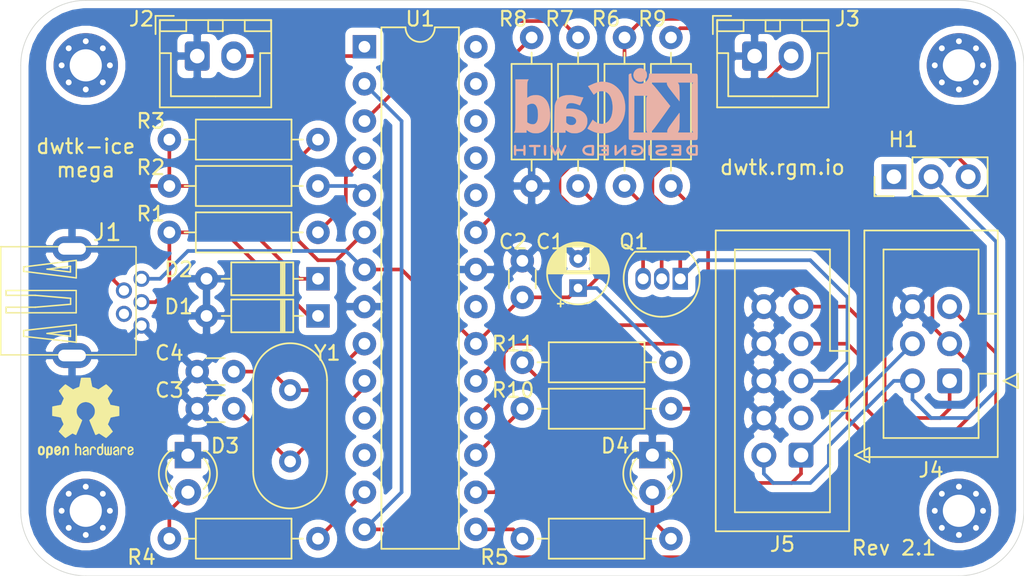
<source format=kicad_pcb>
(kicad_pcb (version 20171130) (host pcbnew 5.1.6)
  (title_block (title dwtk-ice-mega) (date 2020-10-10) (rev 2.1) (company dwtk.rgm.io) (comment 4 "Designed by Rafael G. Martins"))
  (layers (0 F.Cu signal) (31 B.Cu signal) (35 F.Paste user) (36 B.SilkS user) (37 F.SilkS user) (38 B.Mask user) (39 F.Mask user) (44 Edge.Cuts user))
  (net 0 "")
  (net 1 "Net-(C1-Pad1)")
  (net 2 GND)
  (net 3 "Net-(D1-Pad1)")
  (net 4 "Net-(D2-Pad1)")
  (net 5 "Net-(D3-Pad2)")
  (net 6 "Net-(D4-Pad2)")
  (net 7 "Net-(J2-Pad2)")
  (net 8 "Net-(J3-Pad2)")
  (net 9 "Net-(Q1-Pad2)")
  (net 10 "Net-(Q1-Pad3)")
  (net 11 "Net-(R1-Pad2)")
  (net 12 "Net-(R2-Pad2)")
  (net 13 "Net-(R3-Pad2)")
  (net 14 "Net-(R4-Pad1)")
  (net 15 "Net-(R5-Pad1)")
  (net 16 "Net-(R7-Pad2)")
  (net 17 "Net-(J1-Pad4)")
  (net 18 "Net-(H1-Pad2)")
  (net 19 "Net-(H1-Pad1)")
  (net 20 "Net-(J4-Pad4)")
  (net 21 "Net-(J4-Pad3)")
  (net 22 "Net-(J4-Pad1)")
  (net 23 "Net-(J5-Pad3)")
  (net 24 "Net-(R9-Pad2)")
  (net 25 "Net-(R10-Pad2)")
  (net 26 "Net-(R8-Pad1)")
  (net 27 "Net-(C3-Pad2)")
  (net 28 "Net-(C4-Pad2)")
  (net 29 "Net-(R11-Pad2)")
  (net 30 "Net-(U1-Pad28)")
  (net 31 "Net-(U1-Pad27)")
  (net 32 "Net-(U1-Pad26)")
  (net 33 "Net-(U1-Pad12)")
  (net 34 "Net-(U1-Pad25)")
  (net 35 "Net-(U1-Pad11)")
  (net 36 "Net-(U1-Pad24)")
  (net 37 "Net-(U1-Pad21)")
  (module Symbol:KiCad-Logo2_5mm_SilkScreen (layer B.Cu) (at 200.025 28.575 180)
    (fp_text reference REF** hide)
    (fp_text value KiCad-Logo2_5mm_SilkScreen hide)
  )
  (module Package_DIP:DIP-28_W7.62mm (layer F.Cu) (at 183.515 24.13)
    (fp_text reference U1 (at 3.81 -1.905) (layer F.SilkS))
    (fp_text value ATmega88PA-PU)
    (pad 28 thru_hole oval (at 7.62 0) (size 1.6 1.6) (drill 0.8) (layers *.Cu *.Mask) (net 30 "Net-(U1-Pad28)"))
    (pad 14 thru_hole oval (at 0 33.02) (size 1.6 1.6) (drill 0.8) (layers *.Cu *.Mask) (net 8 "Net-(J3-Pad2)"))
    (pad 27 thru_hole oval (at 7.62 2.54) (size 1.6 1.6) (drill 0.8) (layers *.Cu *.Mask) (net 31 "Net-(U1-Pad27)"))
    (pad 13 thru_hole oval (at 0 30.48) (size 1.6 1.6) (drill 0.8) (layers *.Cu *.Mask) (net 14 "Net-(R4-Pad1)"))
    (pad 26 thru_hole oval (at 7.62 5.08) (size 1.6 1.6) (drill 0.8) (layers *.Cu *.Mask) (net 32 "Net-(U1-Pad26)"))
    (pad 12 thru_hole oval (at 0 27.94) (size 1.6 1.6) (drill 0.8) (layers *.Cu *.Mask) (net 33 "Net-(U1-Pad12)"))
    (pad 25 thru_hole oval (at 7.62 7.62) (size 1.6 1.6) (drill 0.8) (layers *.Cu *.Mask) (net 34 "Net-(U1-Pad25)"))
    (pad 11 thru_hole oval (at 0 25.4) (size 1.6 1.6) (drill 0.8) (layers *.Cu *.Mask) (net 35 "Net-(U1-Pad11)"))
    (pad 24 thru_hole oval (at 7.62 10.16) (size 1.6 1.6) (drill 0.8) (layers *.Cu *.Mask) (net 36 "Net-(U1-Pad24)"))
    (pad 10 thru_hole oval (at 0 22.86) (size 1.6 1.6) (drill 0.8) (layers *.Cu *.Mask) (net 27 "Net-(C3-Pad2)"))
    (pad 23 thru_hole oval (at 7.62 12.7) (size 1.6 1.6) (drill 0.8) (layers *.Cu *.Mask) (net 26 "Net-(R8-Pad1)"))
    (pad 9 thru_hole oval (at 0 20.32) (size 1.6 1.6) (drill 0.8) (layers *.Cu *.Mask) (net 28 "Net-(C4-Pad2)"))
    (pad 22 thru_hole oval (at 7.62 15.24) (size 1.6 1.6) (drill 0.8) (layers *.Cu *.Mask) (net 2 GND))
    (pad 8 thru_hole oval (at 0 17.78) (size 1.6 1.6) (drill 0.8) (layers *.Cu *.Mask) (net 2 GND))
    (pad 21 thru_hole oval (at 7.62 17.78) (size 1.6 1.6) (drill 0.8) (layers *.Cu *.Mask) (net 37 "Net-(U1-Pad21)"))
    (pad 7 thru_hole oval (at 0 15.24) (size 1.6 1.6) (drill 0.8) (layers *.Cu *.Mask) (net 1 "Net-(C1-Pad1)"))
    (pad 20 thru_hole oval (at 7.62 20.32) (size 1.6 1.6) (drill 0.8) (layers *.Cu *.Mask) (net 1 "Net-(C1-Pad1)"))
    (pad 6 thru_hole oval (at 0 12.7) (size 1.6 1.6) (drill 0.8) (layers *.Cu *.Mask) (net 13 "Net-(R3-Pad2)"))
    (pad 19 thru_hole oval (at 7.62 22.86) (size 1.6 1.6) (drill 0.8) (layers *.Cu *.Mask) (net 24 "Net-(R9-Pad2)"))
    (pad 5 thru_hole oval (at 0 10.16) (size 1.6 1.6) (drill 0.8) (layers *.Cu *.Mask) (net 12 "Net-(R2-Pad2)"))
    (pad 18 thru_hole oval (at 7.62 25.4) (size 1.6 1.6) (drill 0.8) (layers *.Cu *.Mask) (net 22 "Net-(J4-Pad1)"))
    (pad 4 thru_hole oval (at 0 7.62) (size 1.6 1.6) (drill 0.8) (layers *.Cu *.Mask) (net 11 "Net-(R1-Pad2)"))
    (pad 17 thru_hole oval (at 7.62 27.94) (size 1.6 1.6) (drill 0.8) (layers *.Cu *.Mask) (net 25 "Net-(R10-Pad2)"))
    (pad 3 thru_hole oval (at 0 5.08) (size 1.6 1.6) (drill 0.8) (layers *.Cu *.Mask) (net 16 "Net-(R7-Pad2)"))
    (pad 16 thru_hole oval (at 7.62 30.48) (size 1.6 1.6) (drill 0.8) (layers *.Cu *.Mask) (net 29 "Net-(R11-Pad2)"))
    (pad 2 thru_hole oval (at 0 2.54) (size 1.6 1.6) (drill 0.8) (layers *.Cu *.Mask) (net 8 "Net-(J3-Pad2)"))
    (pad 15 thru_hole oval (at 7.62 33.02) (size 1.6 1.6) (drill 0.8) (layers *.Cu *.Mask) (net 15 "Net-(R5-Pad1)"))
    (pad 1 thru_hole rect (at 0 0) (size 1.6 1.6) (drill 0.8) (layers *.Cu *.Mask) (net 7 "Net-(J2-Pad2)"))
  )
  (module Resistor_THT:R_Axial_DIN0207_L6.3mm_D2.5mm_P10.16mm_Horizontal (layer F.Cu) (at 204.47 45.72 180)
    (fp_text reference R11 (at 10.795 1.27) (layer F.SilkS))
    (fp_text value 470R)
    (pad 2 thru_hole oval (at 10.16 0 180) (size 1.6 1.6) (drill 0.8) (layers *.Cu *.Mask) (net 29 "Net-(R11-Pad2)"))
    (pad 1 thru_hole circle (at 0 0 180) (size 1.6 1.6) (drill 0.8) (layers *.Cu *.Mask) (net 1 "Net-(C1-Pad1)"))
  )
  (module custom-footprints:RND_205-00862 (layer F.Cu) (at 168.275 40.005 270)
    (fp_text reference J1 (at -3.175 1.27) (layer F.SilkS) (effects (font (size 1.143 1.143) (thickness 0.152)) (justify right)))
    (fp_text value USB_B_Mini hide)
    (pad 6 thru_hole oval (at 5.25 4.75 180) (size 2.7 1.7) (drill oval 1.9 0.8) (layers *.Cu *.Mask) (net 2 GND))
    (pad 6 thru_hole oval (at -2.05 4.75 180) (size 2.7 1.7) (drill oval 1.9 0.8) (layers *.Cu *.Mask) (net 2 GND))
    (pad 5 thru_hole circle (at 3.2 0 180) (size 1.1 1.1) (drill 0.7) (layers *.Cu *.Mask) (net 2 GND))
    (pad 4 thru_hole circle (at 2.4 1.2 180) (size 1.1 1.1) (drill 0.7) (layers *.Cu *.Mask) (net 17 "Net-(J1-Pad4)"))
    (pad 3 thru_hole circle (at 1.6 0 180) (size 1.1 1.1) (drill 0.7) (layers *.Cu *.Mask) (net 3 "Net-(D1-Pad1)"))
    (pad 2 thru_hole circle (at 0.8 1.2 180) (size 1.1 1.1) (drill 0.7) (layers *.Cu *.Mask) (net 4 "Net-(D2-Pad1)"))
    (pad 1 thru_hole circle (at 0 0 180) (size 1.1 1.1) (drill 0.7) (layers *.Cu *.Mask) (net 1 "Net-(C1-Pad1)"))
  )
  (module Connector_JST:JST_XH_B2B-XH-A_1x02_P2.50mm_Vertical (layer F.Cu) (at 210.185 24.765)
    (fp_text reference J3 (at 6.35 -2.54) (layer F.SilkS))
    (fp_text value Conn_01x02_Female)
    (pad 2 thru_hole oval (at 2.5 0) (size 1.7 2) (drill 1) (layers *.Cu *.Mask) (net 8 "Net-(J3-Pad2)"))
    (pad 1 thru_hole roundrect (at 0 0) (size 1.7 2) (drill 1) (layers *.Cu *.Mask) (roundrect_rratio 0.147059) (net 2 GND))
  )
  (module Connector_IDC:IDC-Header_2x05_P2.54mm_Vertical (layer F.Cu) (at 213.36 52.07 180)
    (fp_text reference J5 (at 1.27 -6.1) (layer F.SilkS))
    (fp_text value AVR-ISP-10)
    (pad 10 thru_hole circle (at 2.54 10.16 180) (size 1.7 1.7) (drill 1) (layers *.Cu *.Mask) (net 2 GND))
    (pad 8 thru_hole circle (at 2.54 7.62 180) (size 1.7 1.7) (drill 1) (layers *.Cu *.Mask) (net 2 GND))
    (pad 6 thru_hole circle (at 2.54 5.08 180) (size 1.7 1.7) (drill 1) (layers *.Cu *.Mask) (net 2 GND))
    (pad 4 thru_hole circle (at 2.54 2.54 180) (size 1.7 1.7) (drill 1) (layers *.Cu *.Mask) (net 2 GND))
    (pad 2 thru_hole circle (at 2.54 0 180) (size 1.7 1.7) (drill 1) (layers *.Cu *.Mask) (net 18 "Net-(H1-Pad2)"))
    (pad 9 thru_hole circle (at 0 10.16 180) (size 1.7 1.7) (drill 1) (layers *.Cu *.Mask) (net 22 "Net-(J4-Pad1)"))
    (pad 7 thru_hole circle (at 0 7.62 180) (size 1.7 1.7) (drill 1) (layers *.Cu *.Mask) (net 21 "Net-(J4-Pad3)"))
    (pad 5 thru_hole circle (at 0 5.08 180) (size 1.7 1.7) (drill 1) (layers *.Cu *.Mask) (net 8 "Net-(J3-Pad2)"))
    (pad 3 thru_hole circle (at 0 2.54 180) (size 1.7 1.7) (drill 1) (layers *.Cu *.Mask) (net 23 "Net-(J5-Pad3)"))
    (pad 1 thru_hole roundrect (at 0 0 180) (size 1.7 1.7) (drill 1) (layers *.Cu *.Mask) (roundrect_rratio 0.147059) (net 20 "Net-(J4-Pad4)"))
  )
  (module Connector_IDC:IDC-Header_2x03_P2.54mm_Vertical (layer F.Cu) (at 223.52 46.99 180)
    (fp_text reference J4 (at 1.27 -6.1) (layer F.SilkS))
    (fp_text value AVR-ISP-6)
    (pad 6 thru_hole circle (at 2.54 5.08 180) (size 1.7 1.7) (drill 1) (layers *.Cu *.Mask) (net 2 GND))
    (pad 4 thru_hole circle (at 2.54 2.54 180) (size 1.7 1.7) (drill 1) (layers *.Cu *.Mask) (net 20 "Net-(J4-Pad4)"))
    (pad 2 thru_hole circle (at 2.54 0 180) (size 1.7 1.7) (drill 1) (layers *.Cu *.Mask) (net 18 "Net-(H1-Pad2)"))
    (pad 5 thru_hole circle (at 0 5.08 180) (size 1.7 1.7) (drill 1) (layers *.Cu *.Mask) (net 8 "Net-(J3-Pad2)"))
    (pad 3 thru_hole circle (at 0 2.54 180) (size 1.7 1.7) (drill 1) (layers *.Cu *.Mask) (net 21 "Net-(J4-Pad3)"))
    (pad 1 thru_hole roundrect (at 0 0 180) (size 1.7 1.7) (drill 1) (layers *.Cu *.Mask) (roundrect_rratio 0.147059) (net 22 "Net-(J4-Pad1)"))
  )
  (module Resistor_THT:R_Axial_DIN0207_L6.3mm_D2.5mm_P10.16mm_Horizontal (layer F.Cu) (at 204.47 48.895 180)
    (fp_text reference R10 (at 10.795 1.27) (layer F.SilkS))
    (fp_text value 470R)
    (pad 2 thru_hole oval (at 10.16 0 180) (size 1.6 1.6) (drill 0.8) (layers *.Cu *.Mask) (net 25 "Net-(R10-Pad2)"))
    (pad 1 thru_hole circle (at 0 0 180) (size 1.6 1.6) (drill 0.8) (layers *.Cu *.Mask) (net 20 "Net-(J4-Pad4)"))
  )
  (module Resistor_THT:R_Axial_DIN0207_L6.3mm_D2.5mm_P10.16mm_Horizontal (layer F.Cu) (at 204.47 23.495 270)
    (fp_text reference R9 (at -1.27 1.27 180) (layer F.SilkS))
    (fp_text value 470R)
    (pad 2 thru_hole oval (at 10.16 0 270) (size 1.6 1.6) (drill 0.8) (layers *.Cu *.Mask) (net 24 "Net-(R9-Pad2)"))
    (pad 1 thru_hole circle (at 0 0 270) (size 1.6 1.6) (drill 0.8) (layers *.Cu *.Mask) (net 21 "Net-(J4-Pad3)"))
  )
  (module Resistor_THT:R_Axial_DIN0207_L6.3mm_D2.5mm_P10.16mm_Horizontal (layer F.Cu) (at 194.945 23.495 270)
    (fp_text reference R8 (at -1.27 1.27 180) (layer F.SilkS))
    (fp_text value 470R)
    (pad 2 thru_hole oval (at 10.16 0 270) (size 1.6 1.6) (drill 0.8) (layers *.Cu *.Mask) (net 2 GND))
    (pad 1 thru_hole circle (at 0 0 270) (size 1.6 1.6) (drill 0.8) (layers *.Cu *.Mask) (net 26 "Net-(R8-Pad1)"))
  )
  (module Connector_PinHeader_2.54mm:PinHeader_1x03_P2.54mm_Vertical (layer F.Cu) (at 219.71 33.02 90)
    (fp_text reference H1 (at 2.54 0.635 180) (layer F.SilkS))
    (fp_text value Conn_01x03)
    (pad 3 thru_hole oval (at 0 5.08 90) (size 1.7 1.7) (drill 1) (layers *.Cu *.Mask) (net 1 "Net-(C1-Pad1)"))
    (pad 2 thru_hole oval (at 0 2.54 90) (size 1.7 1.7) (drill 1) (layers *.Cu *.Mask) (net 18 "Net-(H1-Pad2)"))
    (pad 1 thru_hole rect (at 0 0 90) (size 1.7 1.7) (drill 1) (layers *.Cu *.Mask) (net 19 "Net-(H1-Pad1)"))
  )
  (module Symbol:OSHW-Logo2_7.3x6mm_SilkScreen (layer F.Cu) (at 164.465 49.53)
    (fp_text reference REF** hide)
    (fp_text value OSHW-Logo2_7.3x6mm_SilkScreen hide)
  )
  (module MountingHole:MountingHole_2.2mm_M2_Pad_Via (layer F.Cu) (at 224.155 25.4)
    (fp_text reference REF** hide)
    (fp_text value MountingHole_2.2mm_M2_Pad_Via)
    (pad 1 thru_hole circle (at 0 0) (size 4.4 4.4) (drill 2.2) (layers *.Cu *.Mask))
    (pad 1 thru_hole circle (at 1.65 0) (size 0.7 0.7) (drill 0.4) (layers *.Cu *.Mask))
    (pad 1 thru_hole circle (at 1.166726 1.166726) (size 0.7 0.7) (drill 0.4) (layers *.Cu *.Mask))
    (pad 1 thru_hole circle (at 0 1.65) (size 0.7 0.7) (drill 0.4) (layers *.Cu *.Mask))
    (pad 1 thru_hole circle (at -1.166726 1.166726) (size 0.7 0.7) (drill 0.4) (layers *.Cu *.Mask))
    (pad 1 thru_hole circle (at -1.65 0) (size 0.7 0.7) (drill 0.4) (layers *.Cu *.Mask))
    (pad 1 thru_hole circle (at -1.166726 -1.166726) (size 0.7 0.7) (drill 0.4) (layers *.Cu *.Mask))
    (pad 1 thru_hole circle (at 0 -1.65) (size 0.7 0.7) (drill 0.4) (layers *.Cu *.Mask))
    (pad 1 thru_hole circle (at 1.166726 -1.166726) (size 0.7 0.7) (drill 0.4) (layers *.Cu *.Mask))
  )
  (module MountingHole:MountingHole_2.2mm_M2_Pad_Via (layer F.Cu) (at 224.155 55.88)
    (fp_text reference REF** hide)
    (fp_text value MountingHole_2.2mm_M2_Pad_Via)
    (pad 1 thru_hole circle (at 1.166726 -1.166726) (size 0.7 0.7) (drill 0.4) (layers *.Cu *.Mask))
    (pad 1 thru_hole circle (at 0 -1.65) (size 0.7 0.7) (drill 0.4) (layers *.Cu *.Mask))
    (pad 1 thru_hole circle (at -1.166726 -1.166726) (size 0.7 0.7) (drill 0.4) (layers *.Cu *.Mask))
    (pad 1 thru_hole circle (at -1.65 0) (size 0.7 0.7) (drill 0.4) (layers *.Cu *.Mask))
    (pad 1 thru_hole circle (at -1.166726 1.166726) (size 0.7 0.7) (drill 0.4) (layers *.Cu *.Mask))
    (pad 1 thru_hole circle (at 0 1.65) (size 0.7 0.7) (drill 0.4) (layers *.Cu *.Mask))
    (pad 1 thru_hole circle (at 1.166726 1.166726) (size 0.7 0.7) (drill 0.4) (layers *.Cu *.Mask))
    (pad 1 thru_hole circle (at 1.65 0) (size 0.7 0.7) (drill 0.4) (layers *.Cu *.Mask))
    (pad 1 thru_hole circle (at 0 0) (size 4.4 4.4) (drill 2.2) (layers *.Cu *.Mask))
  )
  (module MountingHole:MountingHole_2.2mm_M2_Pad_Via (layer F.Cu) (at 164.465 55.88)
    (fp_text reference REF** hide)
    (fp_text value MountingHole_2.2mm_M2_Pad_Via)
    (pad 1 thru_hole circle (at 0 0) (size 4.4 4.4) (drill 2.2) (layers *.Cu *.Mask))
    (pad 1 thru_hole circle (at 1.65 0) (size 0.7 0.7) (drill 0.4) (layers *.Cu *.Mask))
    (pad 1 thru_hole circle (at 1.166726 1.166726) (size 0.7 0.7) (drill 0.4) (layers *.Cu *.Mask))
    (pad 1 thru_hole circle (at 0 1.65) (size 0.7 0.7) (drill 0.4) (layers *.Cu *.Mask))
    (pad 1 thru_hole circle (at -1.166726 1.166726) (size 0.7 0.7) (drill 0.4) (layers *.Cu *.Mask))
    (pad 1 thru_hole circle (at -1.65 0) (size 0.7 0.7) (drill 0.4) (layers *.Cu *.Mask))
    (pad 1 thru_hole circle (at -1.166726 -1.166726) (size 0.7 0.7) (drill 0.4) (layers *.Cu *.Mask))
    (pad 1 thru_hole circle (at 0 -1.65) (size 0.7 0.7) (drill 0.4) (layers *.Cu *.Mask))
    (pad 1 thru_hole circle (at 1.166726 -1.166726) (size 0.7 0.7) (drill 0.4) (layers *.Cu *.Mask))
  )
  (module MountingHole:MountingHole_2.2mm_M2_Pad_Via (layer F.Cu) (at 164.465 25.4)
    (fp_text reference REF** hide)
    (fp_text value MountingHole_2.2mm_M2_Pad_Via)
    (pad 1 thru_hole circle (at 1.166726 -1.166726) (size 0.7 0.7) (drill 0.4) (layers *.Cu *.Mask))
    (pad 1 thru_hole circle (at 0 -1.65) (size 0.7 0.7) (drill 0.4) (layers *.Cu *.Mask))
    (pad 1 thru_hole circle (at -1.166726 -1.166726) (size 0.7 0.7) (drill 0.4) (layers *.Cu *.Mask))
    (pad 1 thru_hole circle (at -1.65 0) (size 0.7 0.7) (drill 0.4) (layers *.Cu *.Mask))
    (pad 1 thru_hole circle (at -1.166726 1.166726) (size 0.7 0.7) (drill 0.4) (layers *.Cu *.Mask))
    (pad 1 thru_hole circle (at 0 1.65) (size 0.7 0.7) (drill 0.4) (layers *.Cu *.Mask))
    (pad 1 thru_hole circle (at 1.166726 1.166726) (size 0.7 0.7) (drill 0.4) (layers *.Cu *.Mask))
    (pad 1 thru_hole circle (at 1.65 0) (size 0.7 0.7) (drill 0.4) (layers *.Cu *.Mask))
    (pad 1 thru_hole circle (at 0 0) (size 4.4 4.4) (drill 2.2) (layers *.Cu *.Mask))
  )
  (module Resistor_THT:R_Axial_DIN0207_L6.3mm_D2.5mm_P10.16mm_Horizontal (layer F.Cu) (at 170.18 33.655)
    (fp_text reference R2 (at -1.27 -1.27) (layer F.SilkS))
    (fp_text value 68R)
    (pad 2 thru_hole oval (at 10.16 0) (size 1.6 1.6) (drill 0.8) (layers *.Cu *.Mask) (net 12 "Net-(R2-Pad2)"))
    (pad 1 thru_hole circle (at 0 0) (size 1.6 1.6) (drill 0.8) (layers *.Cu *.Mask) (net 4 "Net-(D2-Pad1)"))
  )
  (module Capacitor_THT:CP_Radial_D4.0mm_P2.00mm (layer F.Cu) (at 198.12 40.64 90)
    (fp_text reference C1 (at 3.175 -1.905 180) (layer F.SilkS))
    (fp_text value 10uF)
    (pad 1 thru_hole rect (at 0 0 90) (size 1.2 1.2) (drill 0.6) (layers *.Cu *.Mask) (net 1 "Net-(C1-Pad1)"))
    (pad 2 thru_hole circle (at 2 0 90) (size 1.2 1.2) (drill 0.6) (layers *.Cu *.Mask) (net 2 GND))
  )
  (module Capacitor_THT:C_Disc_D3.0mm_W1.6mm_P2.50mm (layer F.Cu) (at 194.31 41.275 90)
    (fp_text reference C2 (at 3.81 -0.635 180) (layer F.SilkS))
    (fp_text value 100nF)
    (pad 1 thru_hole circle (at 0 0 90) (size 1.6 1.6) (drill 0.8) (layers *.Cu *.Mask) (net 1 "Net-(C1-Pad1)"))
    (pad 2 thru_hole circle (at 2.5 0 90) (size 1.6 1.6) (drill 0.8) (layers *.Cu *.Mask) (net 2 GND))
  )
  (module Capacitor_THT:C_Disc_D3.0mm_W1.6mm_P2.50mm (layer F.Cu) (at 172.085 48.895)
    (fp_text reference C3 (at -1.905 -1.27) (layer F.SilkS))
    (fp_text value 22pF)
    (pad 2 thru_hole circle (at 2.5 0) (size 1.6 1.6) (drill 0.8) (layers *.Cu *.Mask) (net 27 "Net-(C3-Pad2)"))
    (pad 1 thru_hole circle (at 0 0) (size 1.6 1.6) (drill 0.8) (layers *.Cu *.Mask) (net 2 GND))
  )
  (module Capacitor_THT:C_Disc_D3.0mm_W1.6mm_P2.50mm (layer F.Cu) (at 172.085 46.355)
    (fp_text reference C4 (at -1.905 -1.27) (layer F.SilkS))
    (fp_text value 22pF)
    (pad 1 thru_hole circle (at 0 0) (size 1.6 1.6) (drill 0.8) (layers *.Cu *.Mask) (net 2 GND))
    (pad 2 thru_hole circle (at 2.5 0) (size 1.6 1.6) (drill 0.8) (layers *.Cu *.Mask) (net 28 "Net-(C4-Pad2)"))
  )
  (module Diode_THT:D_DO-35_SOD27_P7.62mm_Horizontal (layer F.Cu) (at 180.34 42.545 180)
    (fp_text reference D1 (at 9.525 0.635) (layer F.SilkS))
    (fp_text value D_Zener)
    (pad 2 thru_hole oval (at 7.62 0 180) (size 1.6 1.6) (drill 0.8) (layers *.Cu *.Mask) (net 2 GND))
    (pad 1 thru_hole rect (at 0 0 180) (size 1.6 1.6) (drill 0.8) (layers *.Cu *.Mask) (net 3 "Net-(D1-Pad1)"))
  )
  (module Diode_THT:D_DO-35_SOD27_P7.62mm_Horizontal (layer F.Cu) (at 180.34 40.005 180)
    (fp_text reference D2 (at 9.525 0.635) (layer F.SilkS))
    (fp_text value D_Zener)
    (pad 1 thru_hole rect (at 0 0 180) (size 1.6 1.6) (drill 0.8) (layers *.Cu *.Mask) (net 4 "Net-(D2-Pad1)"))
    (pad 2 thru_hole oval (at 7.62 0 180) (size 1.6 1.6) (drill 0.8) (layers *.Cu *.Mask) (net 2 GND))
  )
  (module LED_THT:LED_D3.0mm (layer F.Cu) (at 171.45 52.07 270)
    (fp_text reference D3 (at -0.635 -2.54 180) (layer F.SilkS))
    (fp_text value LED)
    (pad 2 thru_hole circle (at 2.54 0 270) (size 1.8 1.8) (drill 0.9) (layers *.Cu *.Mask) (net 5 "Net-(D3-Pad2)"))
    (pad 1 thru_hole rect (at 0 0 270) (size 1.8 1.8) (drill 0.9) (layers *.Cu *.Mask) (net 2 GND))
  )
  (module LED_THT:LED_D3.0mm (layer F.Cu) (at 203.2 52.07 270)
    (fp_text reference D4 (at -0.635 2.54 180) (layer F.SilkS))
    (fp_text value LED)
    (pad 1 thru_hole rect (at 0 0 270) (size 1.8 1.8) (drill 0.9) (layers *.Cu *.Mask) (net 2 GND))
    (pad 2 thru_hole circle (at 2.54 0 270) (size 1.8 1.8) (drill 0.9) (layers *.Cu *.Mask) (net 6 "Net-(D4-Pad2)"))
  )
  (module Connector_JST:JST_XH_B2B-XH-A_1x02_P2.50mm_Vertical (layer F.Cu) (at 172.085 24.765)
    (fp_text reference J2 (at -3.81 -2.54) (layer F.SilkS))
    (fp_text value Conn_01x02_Female)
    (pad 1 thru_hole roundrect (at 0 0) (size 1.7 2) (drill 1) (layers *.Cu *.Mask) (roundrect_rratio 0.147059) (net 2 GND))
    (pad 2 thru_hole oval (at 2.5 0) (size 1.7 2) (drill 1) (layers *.Cu *.Mask) (net 7 "Net-(J2-Pad2)"))
  )
  (module Package_TO_SOT_THT:TO-92_Inline (layer F.Cu) (at 205.105 40.005 180)
    (fp_text reference Q1 (at 3.175 2.54) (layer F.SilkS))
    (fp_text value BC548)
    (pad 2 thru_hole oval (at 1.27 0 180) (size 1.05 1.5) (drill 0.75) (layers *.Cu *.Mask) (net 9 "Net-(Q1-Pad2)"))
    (pad 3 thru_hole oval (at 2.54 0 180) (size 1.05 1.5) (drill 0.75) (layers *.Cu *.Mask) (net 10 "Net-(Q1-Pad3)"))
    (pad 1 thru_hole rect (at 0 0 180) (size 1.05 1.5) (drill 0.75) (layers *.Cu *.Mask) (net 8 "Net-(J3-Pad2)"))
  )
  (module Resistor_THT:R_Axial_DIN0207_L6.3mm_D2.5mm_P10.16mm_Horizontal (layer F.Cu) (at 170.18 36.83)
    (fp_text reference R1 (at -1.27 -1.27) (layer F.SilkS))
    (fp_text value 68R)
    (pad 1 thru_hole circle (at 0 0) (size 1.6 1.6) (drill 0.8) (layers *.Cu *.Mask) (net 3 "Net-(D1-Pad1)"))
    (pad 2 thru_hole oval (at 10.16 0) (size 1.6 1.6) (drill 0.8) (layers *.Cu *.Mask) (net 11 "Net-(R1-Pad2)"))
  )
  (module Resistor_THT:R_Axial_DIN0207_L6.3mm_D2.5mm_P10.16mm_Horizontal (layer F.Cu) (at 170.18 30.48)
    (fp_text reference R3 (at -1.27 -1.27) (layer F.SilkS))
    (fp_text value 2k2)
    (pad 2 thru_hole oval (at 10.16 0) (size 1.6 1.6) (drill 0.8) (layers *.Cu *.Mask) (net 13 "Net-(R3-Pad2)"))
    (pad 1 thru_hole circle (at 0 0) (size 1.6 1.6) (drill 0.8) (layers *.Cu *.Mask) (net 4 "Net-(D2-Pad1)"))
  )
  (module Resistor_THT:R_Axial_DIN0207_L6.3mm_D2.5mm_P10.16mm_Horizontal (layer F.Cu) (at 180.34 57.785 180)
    (fp_text reference R4 (at 12.065 -1.27) (layer F.SilkS))
    (fp_text value 1k5)
    (pad 2 thru_hole oval (at 10.16 0 180) (size 1.6 1.6) (drill 0.8) (layers *.Cu *.Mask) (net 5 "Net-(D3-Pad2)"))
    (pad 1 thru_hole circle (at 0 0 180) (size 1.6 1.6) (drill 0.8) (layers *.Cu *.Mask) (net 14 "Net-(R4-Pad1)"))
  )
  (module Resistor_THT:R_Axial_DIN0207_L6.3mm_D2.5mm_P10.16mm_Horizontal (layer F.Cu) (at 194.31 57.785)
    (fp_text reference R5 (at -1.905 1.27) (layer F.SilkS))
    (fp_text value 1k5)
    (pad 1 thru_hole circle (at 0 0) (size 1.6 1.6) (drill 0.8) (layers *.Cu *.Mask) (net 15 "Net-(R5-Pad1)"))
    (pad 2 thru_hole oval (at 10.16 0) (size 1.6 1.6) (drill 0.8) (layers *.Cu *.Mask) (net 6 "Net-(D4-Pad2)"))
  )
  (module Resistor_THT:R_Axial_DIN0207_L6.3mm_D2.5mm_P10.16mm_Horizontal (layer F.Cu) (at 201.295 23.495 270)
    (fp_text reference R6 (at -1.27 1.27 180) (layer F.SilkS))
    (fp_text value 22k)
    (pad 1 thru_hole circle (at 0 0 270) (size 1.6 1.6) (drill 0.8) (layers *.Cu *.Mask) (net 1 "Net-(C1-Pad1)"))
    (pad 2 thru_hole oval (at 10.16 0 270) (size 1.6 1.6) (drill 0.8) (layers *.Cu *.Mask) (net 9 "Net-(Q1-Pad2)"))
  )
  (module Resistor_THT:R_Axial_DIN0207_L6.3mm_D2.5mm_P10.16mm_Horizontal (layer F.Cu) (at 198.12 33.655 90)
    (fp_text reference R7 (at 11.43 -1.27 180) (layer F.SilkS))
    (fp_text value 470R)
    (pad 1 thru_hole circle (at 0 0 90) (size 1.6 1.6) (drill 0.8) (layers *.Cu *.Mask) (net 10 "Net-(Q1-Pad3)"))
    (pad 2 thru_hole oval (at 10.16 0 90) (size 1.6 1.6) (drill 0.8) (layers *.Cu *.Mask) (net 16 "Net-(R7-Pad2)"))
  )
  (module Crystal:Crystal_HC49-U_Vertical (layer F.Cu) (at 178.435 47.625 270)
    (fp_text reference Y1 (at -2.54 -2.54 180) (layer F.SilkS))
    (fp_text value "Crystal 20MHz")
    (pad 1 thru_hole circle (at 0 0 270) (size 1.5 1.5) (drill 0.8) (layers *.Cu *.Mask) (net 28 "Net-(C4-Pad2)"))
    (pad 2 thru_hole circle (at 4.88 0 270) (size 1.5 1.5) (drill 0.8) (layers *.Cu *.Mask) (net 27 "Net-(C3-Pad2)"))
  )
  (gr_line (start 160.02 55.88) (end 160.02 25.4) (layer Edge.Cuts) (width 0.05))
  (gr_line (start 224.155 60.325) (end 164.465 60.325) (layer Edge.Cuts) (width 0.05))
  (gr_line (start 228.6 25.4) (end 228.6 55.88) (layer Edge.Cuts) (width 0.05))
  (gr_line (start 164.465 20.955) (end 224.155 20.955) (layer Edge.Cuts) (width 0.05))
  (gr_arc (start 224.155 25.4) (end 228.6 25.4) (angle -90) (layer Edge.Cuts) (width 0.05))
  (gr_arc (start 224.155 55.88) (end 224.155 60.325) (angle -90) (layer Edge.Cuts) (width 0.05))
  (gr_arc (start 164.465 55.88) (end 160.02 55.88) (angle -90) (layer Edge.Cuts) (width 0.05))
  (gr_arc (start 164.465 25.4) (end 164.465 20.955) (angle -90) (layer Edge.Cuts) (width 0.05))
  (gr_text "Rev 2.1" (at 219.71 58.42) (layer F.SilkS) (effects (font (size 1 1))))
  (gr_text dwtk.rgm.io (at 212.09 32.385) (layer F.SilkS) (effects (font (size 1 1))))
  (gr_text "dwtk-ice\nmega" (at 164.465 31.75) (layer F.SilkS) (effects (font (size 1 1))))
  (segment (start 182.245 38.1) (end 183.515 39.37) (width 0.25) (layer B.Cu) (net 1))
  (segment (start 171.45 38.1) (end 182.245 38.1) (width 0.25) (layer B.Cu) (net 1))
  (segment (start 169.545 40.005) (end 171.45 38.1) (width 0.25) (layer B.Cu) (net 1))
  (segment (start 168.275 40.005) (end 169.545 40.005) (width 0.25) (layer B.Cu) (net 1))
  (segment (start 191.135 44.45) (end 194.31 41.275) (width 0.25) (layer F.Cu) (net 1))
  (segment (start 197.485 41.275) (end 198.12 40.64) (width 0.25) (layer F.Cu) (net 1))
  (segment (start 194.31 41.275) (end 197.485 41.275) (width 0.25) (layer F.Cu) (net 1))
  (segment (start 186.055 39.37) (end 191.135 44.45) (width 0.25) (layer F.Cu) (net 1))
  (segment (start 183.515 39.37) (end 186.055 39.37) (width 0.25) (layer F.Cu) (net 1))
  (segment (start 224.79 32.385) (end 224.79 33.02) (width 0.25) (layer F.Cu) (net 1))
  (segment (start 214.63 22.225) (end 224.79 32.385) (width 0.25) (layer F.Cu) (net 1))
  (segment (start 202.565 22.225) (end 214.63 22.225) (width 0.25) (layer F.Cu) (net 1))
  (segment (start 201.295 23.495) (end 202.565 22.225) (width 0.25) (layer F.Cu) (net 1))
  (segment (start 199.39 40.64) (end 204.47 45.72) (width 0.25) (layer B.Cu) (net 1))
  (segment (start 198.12 40.64) (end 199.39 40.64) (width 0.25) (layer B.Cu) (net 1))
  (segment (start 201.295 28.575) (end 201.295 23.495) (width 0.25) (layer F.Cu) (net 1))
  (segment (start 196.85 33.02) (end 201.295 28.575) (width 0.25) (layer F.Cu) (net 1))
  (segment (start 200.025 37.465) (end 196.85 34.29) (width 0.25) (layer F.Cu) (net 1))
  (segment (start 200.025 39.37) (end 200.025 37.465) (width 0.25) (layer F.Cu) (net 1))
  (segment (start 196.85 34.29) (end 196.85 33.02) (width 0.25) (layer F.Cu) (net 1))
  (segment (start 198.755 40.64) (end 200.025 39.37) (width 0.25) (layer F.Cu) (net 1))
  (segment (start 198.12 40.64) (end 198.755 40.64) (width 0.25) (layer F.Cu) (net 1))
  (segment (start 180.34 42.545) (end 179.705 42.545) (width 0.25) (layer F.Cu) (net 3))
  (segment (start 173.99 36.83) (end 170.18 36.83) (width 0.25) (layer F.Cu) (net 3))
  (segment (start 179.705 42.545) (end 173.99 36.83) (width 0.25) (layer F.Cu) (net 3))
  (segment (start 168.275 41.605) (end 169.215 41.605) (width 0.25) (layer F.Cu) (net 3))
  (segment (start 170.18 40.64) (end 170.18 36.83) (width 0.25) (layer F.Cu) (net 3))
  (segment (start 169.215 41.605) (end 170.18 40.64) (width 0.25) (layer F.Cu) (net 3))
  (segment (start 167.075 40.805) (end 166.37 40.1) (width 0.25) (layer F.Cu) (net 4))
  (segment (start 166.37 40.1) (end 166.37 34.925) (width 0.25) (layer F.Cu) (net 4))
  (segment (start 167.64 33.655) (end 170.18 33.655) (width 0.25) (layer F.Cu) (net 4))
  (segment (start 166.37 34.925) (end 167.64 33.655) (width 0.25) (layer F.Cu) (net 4))
  (segment (start 170.18 33.655) (end 170.18 30.48) (width 0.25) (layer F.Cu) (net 4))
  (segment (start 180.34 40.005) (end 179.07 40.005) (width 0.25) (layer F.Cu) (net 4))
  (segment (start 172.72 33.655) (end 170.18 33.655) (width 0.25) (layer F.Cu) (net 4))
  (segment (start 179.07 40.005) (end 172.72 33.655) (width 0.25) (layer F.Cu) (net 4))
  (segment (start 170.18 55.88) (end 171.45 54.61) (width 0.25) (layer F.Cu) (net 5))
  (segment (start 170.18 57.785) (end 170.18 55.88) (width 0.25) (layer F.Cu) (net 5))
  (segment (start 203.2 56.515) (end 204.47 57.785) (width 0.25) (layer F.Cu) (net 6))
  (segment (start 203.2 54.61) (end 203.2 56.515) (width 0.25) (layer F.Cu) (net 6))
  (segment (start 182.88 24.765) (end 183.515 24.13) (width 0.25) (layer F.Cu) (net 7))
  (segment (start 174.585 24.765) (end 182.88 24.765) (width 0.25) (layer F.Cu) (net 7))
  (segment (start 213.36 46.99) (end 215.9 46.99) (width 0.25) (layer F.Cu) (net 8))
  (segment (start 215.9 46.99) (end 216.535 47.625) (width 0.25) (layer F.Cu) (net 8))
  (segment (start 216.535 47.625) (end 216.535 49.53) (width 0.25) (layer F.Cu) (net 8))
  (segment (start 216.535 49.53) (end 219.71 52.705) (width 0.25) (layer F.Cu) (net 8))
  (segment (start 219.71 52.705) (end 223.52 52.705) (width 0.25) (layer F.Cu) (net 8))
  (segment (start 223.52 52.705) (end 226.695 49.53) (width 0.25) (layer F.Cu) (net 8))
  (segment (start 226.695 45.085) (end 223.52 41.91) (width 0.25) (layer F.Cu) (net 8))
  (segment (start 226.695 49.53) (end 226.695 45.085) (width 0.25) (layer F.Cu) (net 8))
  (segment (start 186.055 54.61) (end 183.515 57.15) (width 0.25) (layer B.Cu) (net 8))
  (segment (start 186.055 29.21) (end 186.055 54.61) (width 0.25) (layer B.Cu) (net 8))
  (segment (start 183.515 26.67) (end 186.055 29.21) (width 0.25) (layer B.Cu) (net 8))
  (segment (start 209.51 27.94) (end 212.685 24.765) (width 0.25) (layer F.Cu) (net 8))
  (segment (start 208.28 27.94) (end 209.51 27.94) (width 0.25) (layer F.Cu) (net 8))
  (segment (start 203.2 33.02) (end 208.28 27.94) (width 0.25) (layer F.Cu) (net 8))
  (segment (start 203.2 34.29) (end 203.2 33.02) (width 0.25) (layer F.Cu) (net 8))
  (segment (start 205.105 36.195) (end 203.2 34.29) (width 0.25) (layer F.Cu) (net 8))
  (segment (start 205.105 40.005) (end 205.105 36.195) (width 0.25) (layer F.Cu) (net 8))
  (segment (start 219.71 53.975) (end 219.71 52.705) (width 0.25) (layer F.Cu) (net 8))
  (segment (start 214.63 59.055) (end 219.71 53.975) (width 0.25) (layer F.Cu) (net 8))
  (segment (start 186.69 59.055) (end 214.63 59.055) (width 0.25) (layer F.Cu) (net 8))
  (segment (start 184.785 57.15) (end 186.69 59.055) (width 0.25) (layer F.Cu) (net 8))
  (segment (start 183.515 57.15) (end 184.785 57.15) (width 0.25) (layer F.Cu) (net 8))
  (segment (start 216.535 41.275) (end 216.535 45.72) (width 0.25) (layer B.Cu) (net 8))
  (segment (start 213.995 38.735) (end 216.535 41.275) (width 0.25) (layer B.Cu) (net 8))
  (segment (start 216.535 45.72) (end 215.265 46.99) (width 0.25) (layer B.Cu) (net 8))
  (segment (start 206.375 38.735) (end 213.995 38.735) (width 0.25) (layer B.Cu) (net 8))
  (segment (start 215.265 46.99) (end 213.36 46.99) (width 0.25) (layer B.Cu) (net 8))
  (segment (start 205.105 40.005) (end 206.375 38.735) (width 0.25) (layer B.Cu) (net 8))
  (segment (start 203.835 36.195) (end 201.295 33.655) (width 0.25) (layer F.Cu) (net 9))
  (segment (start 203.835 40.005) (end 203.835 36.195) (width 0.25) (layer F.Cu) (net 9))
  (segment (start 202.565 38.1) (end 198.12 33.655) (width 0.25) (layer F.Cu) (net 10))
  (segment (start 202.565 40.005) (end 202.565 38.1) (width 0.25) (layer F.Cu) (net 10))
  (segment (start 180.34 36.83) (end 182.245 34.925) (width 0.25) (layer F.Cu) (net 11))
  (segment (start 182.245 34.925) (end 182.245 33.02) (width 0.25) (layer F.Cu) (net 11))
  (segment (start 182.245 33.02) (end 183.515 31.75) (width 0.25) (layer F.Cu) (net 11))
  (segment (start 182.88 33.655) (end 183.515 34.29) (width 0.25) (layer B.Cu) (net 12))
  (segment (start 180.34 33.655) (end 182.88 33.655) (width 0.25) (layer B.Cu) (net 12))
  (segment (start 178.435 36.83) (end 180.34 38.735) (width 0.25) (layer F.Cu) (net 13))
  (segment (start 178.435 32.385) (end 178.435 36.83) (width 0.25) (layer F.Cu) (net 13))
  (segment (start 181.61 38.735) (end 183.515 36.83) (width 0.25) (layer F.Cu) (net 13))
  (segment (start 180.34 38.735) (end 181.61 38.735) (width 0.25) (layer F.Cu) (net 13))
  (segment (start 180.34 30.48) (end 178.435 32.385) (width 0.25) (layer F.Cu) (net 13))
  (segment (start 180.34 57.785) (end 183.515 54.61) (width 0.25) (layer F.Cu) (net 14))
  (segment (start 193.675 57.15) (end 194.31 57.785) (width 0.25) (layer F.Cu) (net 15))
  (segment (start 191.135 57.15) (end 193.675 57.15) (width 0.25) (layer F.Cu) (net 15))
  (segment (start 196.994999 22.369999) (end 198.12 23.495) (width 0.25) (layer F.Cu) (net 16))
  (segment (start 187.180001 22.369999) (end 196.994999 22.369999) (width 0.25) (layer F.Cu) (net 16))
  (segment (start 185.42 24.13) (end 187.180001 22.369999) (width 0.25) (layer F.Cu) (net 16))
  (segment (start 185.42 27.305) (end 185.42 24.13) (width 0.25) (layer F.Cu) (net 16))
  (segment (start 183.515 29.21) (end 185.42 27.305) (width 0.25) (layer F.Cu) (net 16))
  (segment (start 210.82 52.07) (end 210.82 53.34) (width 0.25) (layer B.Cu) (net 18))
  (segment (start 210.82 53.34) (end 211.455 53.975) (width 0.25) (layer B.Cu) (net 18))
  (segment (start 211.455 53.975) (end 213.995 53.975) (width 0.25) (layer B.Cu) (net 18))
  (segment (start 213.995 53.975) (end 215.265 52.705) (width 0.25) (layer B.Cu) (net 18))
  (segment (start 215.265 52.705) (end 215.265 51.435) (width 0.25) (layer B.Cu) (net 18))
  (segment (start 219.71 46.99) (end 220.98 46.99) (width 0.25) (layer B.Cu) (net 18))
  (segment (start 215.265 51.435) (end 219.71 46.99) (width 0.25) (layer B.Cu) (net 18))
  (segment (start 226.695 37.465) (end 222.25 33.02) (width 0.25) (layer B.Cu) (net 18))
  (segment (start 226.695 47.625) (end 226.695 37.465) (width 0.25) (layer B.Cu) (net 18))
  (segment (start 224.79 49.53) (end 226.695 47.625) (width 0.25) (layer B.Cu) (net 18))
  (segment (start 222.25 49.53) (end 224.79 49.53) (width 0.25) (layer B.Cu) (net 18))
  (segment (start 220.98 48.26) (end 222.25 49.53) (width 0.25) (layer B.Cu) (net 18))
  (segment (start 220.98 46.99) (end 220.98 48.26) (width 0.25) (layer B.Cu) (net 18))
  (segment (start 213.36 52.07) (end 220.98 44.45) (width 0.25) (layer B.Cu) (net 20))
  (segment (start 213.36 53.34) (end 213.36 52.07) (width 0.25) (layer F.Cu) (net 20))
  (segment (start 212.725 53.975) (end 213.36 53.34) (width 0.25) (layer F.Cu) (net 20))
  (segment (start 209.55 53.975) (end 212.725 53.975) (width 0.25) (layer F.Cu) (net 20))
  (segment (start 208.28 52.705) (end 209.55 53.975) (width 0.25) (layer F.Cu) (net 20))
  (segment (start 208.28 50.8) (end 208.28 52.705) (width 0.25) (layer F.Cu) (net 20))
  (segment (start 206.375 48.895) (end 208.28 50.8) (width 0.25) (layer F.Cu) (net 20))
  (segment (start 204.47 48.895) (end 206.375 48.895) (width 0.25) (layer F.Cu) (net 20))
  (segment (start 225.425 48.895) (end 225.425 46.355) (width 0.25) (layer F.Cu) (net 21))
  (segment (start 223.52 50.8) (end 225.425 48.895) (width 0.25) (layer F.Cu) (net 21))
  (segment (start 225.425 46.355) (end 223.52 44.45) (width 0.25) (layer F.Cu) (net 21))
  (segment (start 219.71 50.8) (end 223.52 50.8) (width 0.25) (layer F.Cu) (net 21))
  (segment (start 217.805 48.895) (end 219.71 50.8) (width 0.25) (layer F.Cu) (net 21))
  (segment (start 216.535 44.45) (end 217.805 45.72) (width 0.25) (layer F.Cu) (net 21))
  (segment (start 217.805 45.72) (end 217.805 48.895) (width 0.25) (layer F.Cu) (net 21))
  (segment (start 213.36 44.45) (end 216.535 44.45) (width 0.25) (layer F.Cu) (net 21))
  (segment (start 222.344999 43.274999) (end 223.52 44.45) (width 0.25) (layer F.Cu) (net 21))
  (segment (start 222.344999 39.910001) (end 222.344999 43.274999) (width 0.25) (layer F.Cu) (net 21))
  (segment (start 217.805 35.370002) (end 222.344999 39.910001) (width 0.25) (layer F.Cu) (net 21))
  (segment (start 217.805 26.67) (end 217.805 35.370002) (width 0.25) (layer F.Cu) (net 21))
  (segment (start 213.995 22.86) (end 217.805 26.67) (width 0.25) (layer F.Cu) (net 21))
  (segment (start 205.105 22.86) (end 213.995 22.86) (width 0.25) (layer F.Cu) (net 21))
  (segment (start 204.47 23.495) (end 205.105 22.86) (width 0.25) (layer F.Cu) (net 21))
  (segment (start 222.885 49.53) (end 223.52 48.895) (width 0.25) (layer F.Cu) (net 22))
  (segment (start 220.345 49.53) (end 222.885 49.53) (width 0.25) (layer F.Cu) (net 22))
  (segment (start 219.075 48.26) (end 220.345 49.53) (width 0.25) (layer F.Cu) (net 22))
  (segment (start 219.075 44.45) (end 219.075 48.26) (width 0.25) (layer F.Cu) (net 22))
  (segment (start 216.535 41.91) (end 219.075 44.45) (width 0.25) (layer F.Cu) (net 22))
  (segment (start 223.52 48.895) (end 223.52 46.99) (width 0.25) (layer F.Cu) (net 22))
  (segment (start 213.36 41.91) (end 216.535 41.91) (width 0.25) (layer F.Cu) (net 22))
  (segment (start 191.135 49.53) (end 193.04 47.625) (width 0.25) (layer F.Cu) (net 22))
  (segment (start 193.04 47.625) (end 193.04 45.085) (width 0.25) (layer F.Cu) (net 22))
  (segment (start 193.04 45.085) (end 193.675 44.45) (width 0.25) (layer F.Cu) (net 22))
  (segment (start 193.675 44.45) (end 206.375 44.45) (width 0.25) (layer F.Cu) (net 22))
  (segment (start 206.375 44.45) (end 207.645 43.18) (width 0.25) (layer F.Cu) (net 22))
  (segment (start 207.645 43.18) (end 207.645 41.275) (width 0.25) (layer F.Cu) (net 22))
  (segment (start 207.645 41.275) (end 208.915 40.005) (width 0.25) (layer F.Cu) (net 22))
  (segment (start 208.915 40.005) (end 212.09 40.005) (width 0.25) (layer F.Cu) (net 22))
  (segment (start 212.09 40.005) (end 213.36 41.275) (width 0.25) (layer F.Cu) (net 22))
  (segment (start 213.36 41.275) (end 213.36 41.91) (width 0.25) (layer F.Cu) (net 22))
  (segment (start 207.01 36.195) (end 204.47 33.655) (width 0.25) (layer F.Cu) (net 24))
  (segment (start 207.01 41.91) (end 207.01 36.195) (width 0.25) (layer F.Cu) (net 24))
  (segment (start 205.74 43.18) (end 207.01 41.91) (width 0.25) (layer F.Cu) (net 24))
  (segment (start 194.04498 43.18) (end 205.74 43.18) (width 0.25) (layer F.Cu) (net 24))
  (segment (start 192.58999 44.63499) (end 194.04498 43.18) (width 0.25) (layer F.Cu) (net 24))
  (segment (start 192.58999 45.53501) (end 192.58999 44.63499) (width 0.25) (layer F.Cu) (net 24))
  (segment (start 191.135 46.99) (end 192.58999 45.53501) (width 0.25) (layer F.Cu) (net 24))
  (segment (start 191.135 52.07) (end 194.31 48.895) (width 0.25) (layer F.Cu) (net 25))
  (segment (start 191.135 36.83) (end 193.04 34.925) (width 0.25) (layer F.Cu) (net 26))
  (segment (start 193.04 34.925) (end 193.04 25.4) (width 0.25) (layer F.Cu) (net 26))
  (segment (start 193.04 25.4) (end 194.945 23.495) (width 0.25) (layer F.Cu) (net 26))
  (segment (start 183.515 47.425) (end 183.515 46.99) (width 0.25) (layer F.Cu) (net 27))
  (segment (start 178.435 52.505) (end 183.515 47.425) (width 0.25) (layer F.Cu) (net 27))
  (segment (start 174.825 48.895) (end 174.585 48.895) (width 0.25) (layer F.Cu) (net 27))
  (segment (start 178.435 52.505) (end 174.825 48.895) (width 0.25) (layer F.Cu) (net 27))
  (segment (start 177.165 46.355) (end 178.435 47.625) (width 0.25) (layer F.Cu) (net 28))
  (segment (start 174.585 46.355) (end 177.165 46.355) (width 0.25) (layer F.Cu) (net 28))
  (segment (start 180.34 47.625) (end 183.515 44.45) (width 0.25) (layer F.Cu) (net 28))
  (segment (start 178.435 47.625) (end 180.34 47.625) (width 0.25) (layer F.Cu) (net 28))
  (segment (start 191.135 54.61) (end 192.405 54.61) (width 0.25) (layer F.Cu) (net 29))
  (segment (start 192.405 54.61) (end 196.215 50.8) (width 0.25) (layer F.Cu) (net 29))
  (segment (start 196.215 47.625) (end 194.31 45.72) (width 0.25) (layer F.Cu) (net 29))
  (segment (start 196.215 50.8) (end 196.215 47.625) (width 0.25) (layer F.Cu) (net 29))
  (zone (net 2) (net_name GND) (layer B.Cu) (connect_pads (clearance 0.508)) (min_thickness 0.254) (fill yes (arc_segments 32) (thermal_gap 0.508) (thermal_bridge_width 0.508))
    (polygon (pts (xy 228.6 60.325) (xy 160.02 60.325) (xy 160.02 20.955) (xy 228.6 20.955)))
  )
)
</source>
